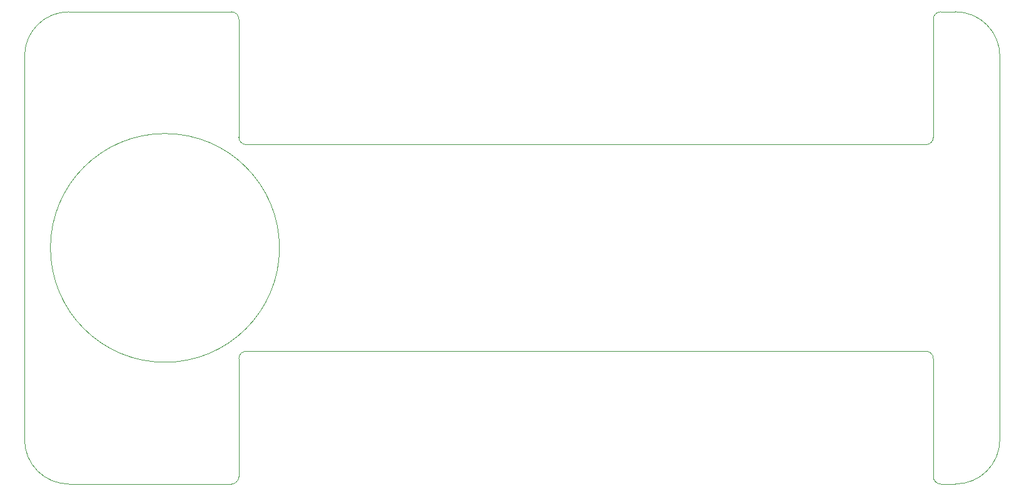
<source format=gbr>
%TF.GenerationSoftware,KiCad,Pcbnew,(5.1.8)-1*%
%TF.CreationDate,2022-08-29T12:55:05+09:00*%
%TF.ProjectId,face,66616365-2e6b-4696-9361-645f70636258,rev?*%
%TF.SameCoordinates,Original*%
%TF.FileFunction,Profile,NP*%
%FSLAX46Y46*%
G04 Gerber Fmt 4.6, Leading zero omitted, Abs format (unit mm)*
G04 Created by KiCad (PCBNEW (5.1.8)-1) date 2022-08-29 12:55:05*
%MOMM*%
%LPD*%
G01*
G04 APERTURE LIST*
%TA.AperFunction,Profile*%
%ADD10C,0.050000*%
%TD*%
G04 APERTURE END LIST*
D10*
X197000000Y-117000000D02*
G75*
G02*
X198000000Y-118000000I0J-1000000D01*
G01*
X198000000Y-88000000D02*
G75*
G02*
X197000000Y-89000000I-1000000J0D01*
G01*
X104000000Y-118000000D02*
G75*
G02*
X105000000Y-117000000I1000000J0D01*
G01*
X105000000Y-89000000D02*
G75*
G02*
X104000000Y-88000000I0J1000000D01*
G01*
X109500000Y-103000000D02*
G75*
G03*
X109500000Y-103000000I-15500000J0D01*
G01*
X104000000Y-72000000D02*
X104000000Y-88000000D01*
X198000000Y-72000000D02*
X198000000Y-88000000D01*
X207000000Y-129000000D02*
X207000000Y-77000000D01*
X201000000Y-71000000D02*
X199000000Y-71000000D01*
X201000000Y-71000000D02*
G75*
G02*
X207000000Y-77000000I0J-6000000D01*
G01*
X75000000Y-77000000D02*
G75*
G02*
X81000000Y-71000000I6000000J0D01*
G01*
X75000000Y-77000000D02*
X75000000Y-129000000D01*
X198000000Y-72000000D02*
G75*
G02*
X199000000Y-71000000I1000000J0D01*
G01*
X105000000Y-89000000D02*
X197000000Y-89000000D01*
X103000000Y-71000000D02*
G75*
G02*
X104000000Y-72000000I0J-1000000D01*
G01*
X103000000Y-71000000D02*
X81000000Y-71000000D01*
X199000000Y-135000000D02*
X201000000Y-135000000D01*
X207000000Y-129000000D02*
G75*
G02*
X201000000Y-135000000I-6000000J0D01*
G01*
X199000000Y-135000000D02*
G75*
G02*
X198000000Y-134000000I0J1000000D01*
G01*
X198000000Y-118000000D02*
X198000000Y-134000000D01*
X105000000Y-117000000D02*
X197000000Y-117000000D01*
X104000000Y-134000000D02*
X104000000Y-118000000D01*
X104000000Y-134000000D02*
G75*
G02*
X103000000Y-135000000I-1000000J0D01*
G01*
X81000000Y-135000000D02*
X103000000Y-135000000D01*
X81000000Y-135000000D02*
G75*
G02*
X75000000Y-129000000I0J6000000D01*
G01*
M02*

</source>
